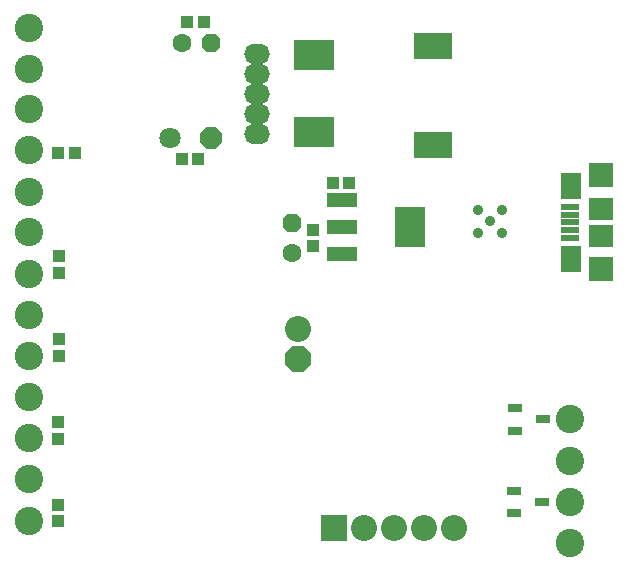
<source format=gbs>
G04*
G04 #@! TF.GenerationSoftware,Altium Limited,Altium Designer,20.1.7 (139)*
G04*
G04 Layer_Color=16711935*
%FSLAX44Y44*%
%MOMM*%
G71*
G04*
G04 #@! TF.SameCoordinates,4F6880EA-275B-44BA-AE73-E750D04965C1*
G04*
G04*
G04 #@! TF.FilePolarity,Negative*
G04*
G01*
G75*
%ADD21R,1.0532X1.0532*%
%ADD23R,1.0532X1.0532*%
%ADD30R,3.5032X2.6032*%
%ADD32C,2.4032*%
%ADD33C,1.8032*%
%ADD34P,1.9518X8X202.5*%
%ADD35C,2.2032*%
%ADD36R,2.2032X2.2032*%
%ADD37C,0.9032*%
%ADD38P,1.7353X8X292.5*%
%ADD39C,1.6032*%
%ADD40O,2.2032X1.7032*%
%ADD41P,1.7353X8X202.5*%
%ADD42P,2.3848X8X112.5*%
%ADD85R,1.3032X0.8032*%
%ADD86R,1.6032X0.6032*%
%ADD87R,1.8032X2.3032*%
%ADD88R,2.1032X2.0032*%
%ADD89R,2.1032X1.9532*%
%ADD90R,3.2032X2.2032*%
%ADD91R,2.6032X3.5032*%
%ADD92R,2.6032X1.2032*%
D21*
X283000Y290000D02*
D03*
Y276000D02*
D03*
X68250Y197000D02*
D03*
Y183000D02*
D03*
X67750Y57000D02*
D03*
Y43000D02*
D03*
X68250Y253500D02*
D03*
Y267500D02*
D03*
X67750Y112750D02*
D03*
Y126750D02*
D03*
D23*
X314000Y329500D02*
D03*
X300000D02*
D03*
X191000Y466000D02*
D03*
X177000D02*
D03*
X186250Y349750D02*
D03*
X172250D02*
D03*
X67750Y355000D02*
D03*
X81750D02*
D03*
D30*
X283750Y438250D02*
D03*
Y372250D02*
D03*
D32*
X43000Y43500D02*
D03*
Y78500D02*
D03*
X43000Y113250D02*
D03*
Y148250D02*
D03*
Y183000D02*
D03*
Y218000D02*
D03*
Y252750D02*
D03*
Y287750D02*
D03*
X43000Y392000D02*
D03*
Y357000D02*
D03*
Y322000D02*
D03*
X43000Y425750D02*
D03*
Y460750D02*
D03*
X500750Y129500D02*
D03*
Y94500D02*
D03*
X500750Y59500D02*
D03*
Y24500D02*
D03*
D33*
X162250Y368000D02*
D03*
D34*
X197250D02*
D03*
D35*
X402600Y37000D02*
D03*
X377200D02*
D03*
X326400D02*
D03*
X351800D02*
D03*
X270500Y205750D02*
D03*
D36*
X301000Y37000D02*
D03*
D37*
X443250Y307000D02*
D03*
X423250D02*
D03*
Y287000D02*
D03*
X443250D02*
D03*
X433250Y297000D02*
D03*
D38*
X265250Y295250D02*
D03*
D39*
Y270250D02*
D03*
X172000Y447750D02*
D03*
D40*
X236000Y438750D02*
D03*
Y421750D02*
D03*
Y404750D02*
D03*
Y387750D02*
D03*
Y370750D02*
D03*
D41*
X197000Y447750D02*
D03*
D42*
X270500Y180750D02*
D03*
D85*
X477500Y59250D02*
D03*
X453500Y68750D02*
D03*
Y49750D02*
D03*
X478250Y129250D02*
D03*
X454250Y138750D02*
D03*
Y119750D02*
D03*
D86*
X500500Y309250D02*
D03*
Y302750D02*
D03*
Y296250D02*
D03*
Y289750D02*
D03*
Y283250D02*
D03*
D87*
X501500Y327250D02*
D03*
Y265250D02*
D03*
D88*
X527000Y336250D02*
D03*
Y256250D02*
D03*
D89*
Y307500D02*
D03*
Y285000D02*
D03*
D90*
X384750Y445750D02*
D03*
Y361750D02*
D03*
D91*
X365750Y292000D02*
D03*
D92*
X307750Y315000D02*
D03*
Y292000D02*
D03*
Y269000D02*
D03*
M02*

</source>
